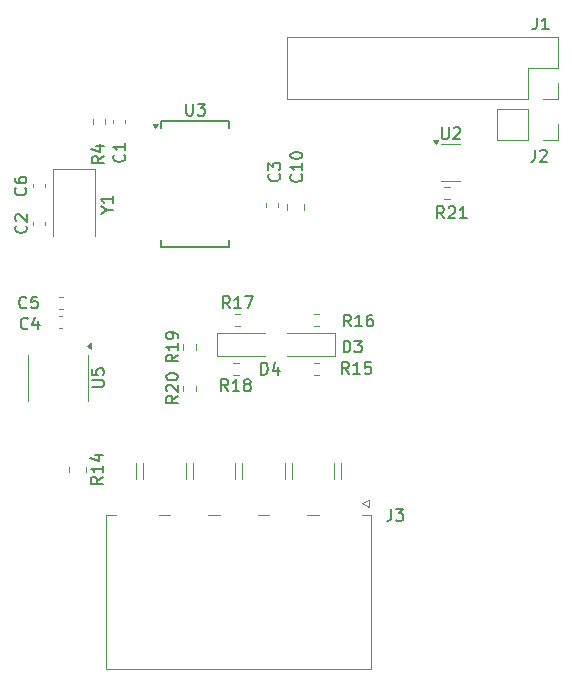
<source format=gbr>
G04 #@! TF.GenerationSoftware,KiCad,Pcbnew,9.0.0-rc2-6-ga1fa0bdb0b*
G04 #@! TF.CreationDate,2025-01-23T13:26:01+02:00*
G04 #@! TF.ProjectId,bk_can_bus_extension_v2,626b5f63-616e-45f6-9275-735f65787465,Rev 4*
G04 #@! TF.SameCoordinates,Original*
G04 #@! TF.FileFunction,Legend,Top*
G04 #@! TF.FilePolarity,Positive*
%FSLAX46Y46*%
G04 Gerber Fmt 4.6, Leading zero omitted, Abs format (unit mm)*
G04 Created by KiCad (PCBNEW 9.0.0-rc2-6-ga1fa0bdb0b) date 2025-01-23 13:26:01*
%MOMM*%
%LPD*%
G01*
G04 APERTURE LIST*
%ADD10C,0.150000*%
%ADD11C,0.120000*%
G04 APERTURE END LIST*
D10*
X145558333Y-112384580D02*
X145510714Y-112432200D01*
X145510714Y-112432200D02*
X145367857Y-112479819D01*
X145367857Y-112479819D02*
X145272619Y-112479819D01*
X145272619Y-112479819D02*
X145129762Y-112432200D01*
X145129762Y-112432200D02*
X145034524Y-112336961D01*
X145034524Y-112336961D02*
X144986905Y-112241723D01*
X144986905Y-112241723D02*
X144939286Y-112051247D01*
X144939286Y-112051247D02*
X144939286Y-111908390D01*
X144939286Y-111908390D02*
X144986905Y-111717914D01*
X144986905Y-111717914D02*
X145034524Y-111622676D01*
X145034524Y-111622676D02*
X145129762Y-111527438D01*
X145129762Y-111527438D02*
X145272619Y-111479819D01*
X145272619Y-111479819D02*
X145367857Y-111479819D01*
X145367857Y-111479819D02*
X145510714Y-111527438D01*
X145510714Y-111527438D02*
X145558333Y-111575057D01*
X146463095Y-111479819D02*
X145986905Y-111479819D01*
X145986905Y-111479819D02*
X145939286Y-111956009D01*
X145939286Y-111956009D02*
X145986905Y-111908390D01*
X145986905Y-111908390D02*
X146082143Y-111860771D01*
X146082143Y-111860771D02*
X146320238Y-111860771D01*
X146320238Y-111860771D02*
X146415476Y-111908390D01*
X146415476Y-111908390D02*
X146463095Y-111956009D01*
X146463095Y-111956009D02*
X146510714Y-112051247D01*
X146510714Y-112051247D02*
X146510714Y-112289342D01*
X146510714Y-112289342D02*
X146463095Y-112384580D01*
X146463095Y-112384580D02*
X146415476Y-112432200D01*
X146415476Y-112432200D02*
X146320238Y-112479819D01*
X146320238Y-112479819D02*
X146082143Y-112479819D01*
X146082143Y-112479819D02*
X145986905Y-112432200D01*
X145986905Y-112432200D02*
X145939286Y-112384580D01*
X152004819Y-126742857D02*
X151528628Y-127076190D01*
X152004819Y-127314285D02*
X151004819Y-127314285D01*
X151004819Y-127314285D02*
X151004819Y-126933333D01*
X151004819Y-126933333D02*
X151052438Y-126838095D01*
X151052438Y-126838095D02*
X151100057Y-126790476D01*
X151100057Y-126790476D02*
X151195295Y-126742857D01*
X151195295Y-126742857D02*
X151338152Y-126742857D01*
X151338152Y-126742857D02*
X151433390Y-126790476D01*
X151433390Y-126790476D02*
X151481009Y-126838095D01*
X151481009Y-126838095D02*
X151528628Y-126933333D01*
X151528628Y-126933333D02*
X151528628Y-127314285D01*
X152004819Y-125790476D02*
X152004819Y-126361904D01*
X152004819Y-126076190D02*
X151004819Y-126076190D01*
X151004819Y-126076190D02*
X151147676Y-126171428D01*
X151147676Y-126171428D02*
X151242914Y-126266666D01*
X151242914Y-126266666D02*
X151290533Y-126361904D01*
X151338152Y-124933333D02*
X152004819Y-124933333D01*
X150957200Y-125171428D02*
X151671485Y-125409523D01*
X151671485Y-125409523D02*
X151671485Y-124790476D01*
X152368628Y-104166190D02*
X152844819Y-104166190D01*
X151844819Y-104499523D02*
X152368628Y-104166190D01*
X152368628Y-104166190D02*
X151844819Y-103832857D01*
X152844819Y-102975714D02*
X152844819Y-103547142D01*
X152844819Y-103261428D02*
X151844819Y-103261428D01*
X151844819Y-103261428D02*
X151987676Y-103356666D01*
X151987676Y-103356666D02*
X152082914Y-103451904D01*
X152082914Y-103451904D02*
X152130533Y-103547142D01*
X162782142Y-112474819D02*
X162448809Y-111998628D01*
X162210714Y-112474819D02*
X162210714Y-111474819D01*
X162210714Y-111474819D02*
X162591666Y-111474819D01*
X162591666Y-111474819D02*
X162686904Y-111522438D01*
X162686904Y-111522438D02*
X162734523Y-111570057D01*
X162734523Y-111570057D02*
X162782142Y-111665295D01*
X162782142Y-111665295D02*
X162782142Y-111808152D01*
X162782142Y-111808152D02*
X162734523Y-111903390D01*
X162734523Y-111903390D02*
X162686904Y-111951009D01*
X162686904Y-111951009D02*
X162591666Y-111998628D01*
X162591666Y-111998628D02*
X162210714Y-111998628D01*
X163734523Y-112474819D02*
X163163095Y-112474819D01*
X163448809Y-112474819D02*
X163448809Y-111474819D01*
X163448809Y-111474819D02*
X163353571Y-111617676D01*
X163353571Y-111617676D02*
X163258333Y-111712914D01*
X163258333Y-111712914D02*
X163163095Y-111760533D01*
X164067857Y-111474819D02*
X164734523Y-111474819D01*
X164734523Y-111474819D02*
X164305952Y-112474819D01*
X151099819Y-119136904D02*
X151909342Y-119136904D01*
X151909342Y-119136904D02*
X152004580Y-119089285D01*
X152004580Y-119089285D02*
X152052200Y-119041666D01*
X152052200Y-119041666D02*
X152099819Y-118946428D01*
X152099819Y-118946428D02*
X152099819Y-118755952D01*
X152099819Y-118755952D02*
X152052200Y-118660714D01*
X152052200Y-118660714D02*
X152004580Y-118613095D01*
X152004580Y-118613095D02*
X151909342Y-118565476D01*
X151909342Y-118565476D02*
X151099819Y-118565476D01*
X151099819Y-117613095D02*
X151099819Y-118089285D01*
X151099819Y-118089285D02*
X151576009Y-118136904D01*
X151576009Y-118136904D02*
X151528390Y-118089285D01*
X151528390Y-118089285D02*
X151480771Y-117994047D01*
X151480771Y-117994047D02*
X151480771Y-117755952D01*
X151480771Y-117755952D02*
X151528390Y-117660714D01*
X151528390Y-117660714D02*
X151576009Y-117613095D01*
X151576009Y-117613095D02*
X151671247Y-117565476D01*
X151671247Y-117565476D02*
X151909342Y-117565476D01*
X151909342Y-117565476D02*
X152004580Y-117613095D01*
X152004580Y-117613095D02*
X152052200Y-117660714D01*
X152052200Y-117660714D02*
X152099819Y-117755952D01*
X152099819Y-117755952D02*
X152099819Y-117994047D01*
X152099819Y-117994047D02*
X152052200Y-118089285D01*
X152052200Y-118089285D02*
X152004580Y-118136904D01*
X173032142Y-114004819D02*
X172698809Y-113528628D01*
X172460714Y-114004819D02*
X172460714Y-113004819D01*
X172460714Y-113004819D02*
X172841666Y-113004819D01*
X172841666Y-113004819D02*
X172936904Y-113052438D01*
X172936904Y-113052438D02*
X172984523Y-113100057D01*
X172984523Y-113100057D02*
X173032142Y-113195295D01*
X173032142Y-113195295D02*
X173032142Y-113338152D01*
X173032142Y-113338152D02*
X172984523Y-113433390D01*
X172984523Y-113433390D02*
X172936904Y-113481009D01*
X172936904Y-113481009D02*
X172841666Y-113528628D01*
X172841666Y-113528628D02*
X172460714Y-113528628D01*
X173984523Y-114004819D02*
X173413095Y-114004819D01*
X173698809Y-114004819D02*
X173698809Y-113004819D01*
X173698809Y-113004819D02*
X173603571Y-113147676D01*
X173603571Y-113147676D02*
X173508333Y-113242914D01*
X173508333Y-113242914D02*
X173413095Y-113290533D01*
X174841666Y-113004819D02*
X174651190Y-113004819D01*
X174651190Y-113004819D02*
X174555952Y-113052438D01*
X174555952Y-113052438D02*
X174508333Y-113100057D01*
X174508333Y-113100057D02*
X174413095Y-113242914D01*
X174413095Y-113242914D02*
X174365476Y-113433390D01*
X174365476Y-113433390D02*
X174365476Y-113814342D01*
X174365476Y-113814342D02*
X174413095Y-113909580D01*
X174413095Y-113909580D02*
X174460714Y-113957200D01*
X174460714Y-113957200D02*
X174555952Y-114004819D01*
X174555952Y-114004819D02*
X174746428Y-114004819D01*
X174746428Y-114004819D02*
X174841666Y-113957200D01*
X174841666Y-113957200D02*
X174889285Y-113909580D01*
X174889285Y-113909580D02*
X174936904Y-113814342D01*
X174936904Y-113814342D02*
X174936904Y-113576247D01*
X174936904Y-113576247D02*
X174889285Y-113481009D01*
X174889285Y-113481009D02*
X174841666Y-113433390D01*
X174841666Y-113433390D02*
X174746428Y-113385771D01*
X174746428Y-113385771D02*
X174555952Y-113385771D01*
X174555952Y-113385771D02*
X174460714Y-113433390D01*
X174460714Y-113433390D02*
X174413095Y-113481009D01*
X174413095Y-113481009D02*
X174365476Y-113576247D01*
X166934580Y-101091666D02*
X166982200Y-101139285D01*
X166982200Y-101139285D02*
X167029819Y-101282142D01*
X167029819Y-101282142D02*
X167029819Y-101377380D01*
X167029819Y-101377380D02*
X166982200Y-101520237D01*
X166982200Y-101520237D02*
X166886961Y-101615475D01*
X166886961Y-101615475D02*
X166791723Y-101663094D01*
X166791723Y-101663094D02*
X166601247Y-101710713D01*
X166601247Y-101710713D02*
X166458390Y-101710713D01*
X166458390Y-101710713D02*
X166267914Y-101663094D01*
X166267914Y-101663094D02*
X166172676Y-101615475D01*
X166172676Y-101615475D02*
X166077438Y-101520237D01*
X166077438Y-101520237D02*
X166029819Y-101377380D01*
X166029819Y-101377380D02*
X166029819Y-101282142D01*
X166029819Y-101282142D02*
X166077438Y-101139285D01*
X166077438Y-101139285D02*
X166125057Y-101091666D01*
X166029819Y-100758332D02*
X166029819Y-100139285D01*
X166029819Y-100139285D02*
X166410771Y-100472618D01*
X166410771Y-100472618D02*
X166410771Y-100329761D01*
X166410771Y-100329761D02*
X166458390Y-100234523D01*
X166458390Y-100234523D02*
X166506009Y-100186904D01*
X166506009Y-100186904D02*
X166601247Y-100139285D01*
X166601247Y-100139285D02*
X166839342Y-100139285D01*
X166839342Y-100139285D02*
X166934580Y-100186904D01*
X166934580Y-100186904D02*
X166982200Y-100234523D01*
X166982200Y-100234523D02*
X167029819Y-100329761D01*
X167029819Y-100329761D02*
X167029819Y-100615475D01*
X167029819Y-100615475D02*
X166982200Y-100710713D01*
X166982200Y-100710713D02*
X166934580Y-100758332D01*
X159088095Y-95154819D02*
X159088095Y-95964342D01*
X159088095Y-95964342D02*
X159135714Y-96059580D01*
X159135714Y-96059580D02*
X159183333Y-96107200D01*
X159183333Y-96107200D02*
X159278571Y-96154819D01*
X159278571Y-96154819D02*
X159469047Y-96154819D01*
X159469047Y-96154819D02*
X159564285Y-96107200D01*
X159564285Y-96107200D02*
X159611904Y-96059580D01*
X159611904Y-96059580D02*
X159659523Y-95964342D01*
X159659523Y-95964342D02*
X159659523Y-95154819D01*
X160040476Y-95154819D02*
X160659523Y-95154819D01*
X160659523Y-95154819D02*
X160326190Y-95535771D01*
X160326190Y-95535771D02*
X160469047Y-95535771D01*
X160469047Y-95535771D02*
X160564285Y-95583390D01*
X160564285Y-95583390D02*
X160611904Y-95631009D01*
X160611904Y-95631009D02*
X160659523Y-95726247D01*
X160659523Y-95726247D02*
X160659523Y-95964342D01*
X160659523Y-95964342D02*
X160611904Y-96059580D01*
X160611904Y-96059580D02*
X160564285Y-96107200D01*
X160564285Y-96107200D02*
X160469047Y-96154819D01*
X160469047Y-96154819D02*
X160183333Y-96154819D01*
X160183333Y-96154819D02*
X160088095Y-96107200D01*
X160088095Y-96107200D02*
X160040476Y-96059580D01*
X165436905Y-118079819D02*
X165436905Y-117079819D01*
X165436905Y-117079819D02*
X165675000Y-117079819D01*
X165675000Y-117079819D02*
X165817857Y-117127438D01*
X165817857Y-117127438D02*
X165913095Y-117222676D01*
X165913095Y-117222676D02*
X165960714Y-117317914D01*
X165960714Y-117317914D02*
X166008333Y-117508390D01*
X166008333Y-117508390D02*
X166008333Y-117651247D01*
X166008333Y-117651247D02*
X165960714Y-117841723D01*
X165960714Y-117841723D02*
X165913095Y-117936961D01*
X165913095Y-117936961D02*
X165817857Y-118032200D01*
X165817857Y-118032200D02*
X165675000Y-118079819D01*
X165675000Y-118079819D02*
X165436905Y-118079819D01*
X166865476Y-117413152D02*
X166865476Y-118079819D01*
X166627381Y-117032200D02*
X166389286Y-117746485D01*
X166389286Y-117746485D02*
X167008333Y-117746485D01*
X153809580Y-99466666D02*
X153857200Y-99514285D01*
X153857200Y-99514285D02*
X153904819Y-99657142D01*
X153904819Y-99657142D02*
X153904819Y-99752380D01*
X153904819Y-99752380D02*
X153857200Y-99895237D01*
X153857200Y-99895237D02*
X153761961Y-99990475D01*
X153761961Y-99990475D02*
X153666723Y-100038094D01*
X153666723Y-100038094D02*
X153476247Y-100085713D01*
X153476247Y-100085713D02*
X153333390Y-100085713D01*
X153333390Y-100085713D02*
X153142914Y-100038094D01*
X153142914Y-100038094D02*
X153047676Y-99990475D01*
X153047676Y-99990475D02*
X152952438Y-99895237D01*
X152952438Y-99895237D02*
X152904819Y-99752380D01*
X152904819Y-99752380D02*
X152904819Y-99657142D01*
X152904819Y-99657142D02*
X152952438Y-99514285D01*
X152952438Y-99514285D02*
X153000057Y-99466666D01*
X153904819Y-98514285D02*
X153904819Y-99085713D01*
X153904819Y-98799999D02*
X152904819Y-98799999D01*
X152904819Y-98799999D02*
X153047676Y-98895237D01*
X153047676Y-98895237D02*
X153142914Y-98990475D01*
X153142914Y-98990475D02*
X153190533Y-99085713D01*
X188766666Y-87854819D02*
X188766666Y-88569104D01*
X188766666Y-88569104D02*
X188719047Y-88711961D01*
X188719047Y-88711961D02*
X188623809Y-88807200D01*
X188623809Y-88807200D02*
X188480952Y-88854819D01*
X188480952Y-88854819D02*
X188385714Y-88854819D01*
X189766666Y-88854819D02*
X189195238Y-88854819D01*
X189480952Y-88854819D02*
X189480952Y-87854819D01*
X189480952Y-87854819D02*
X189385714Y-87997676D01*
X189385714Y-87997676D02*
X189290476Y-88092914D01*
X189290476Y-88092914D02*
X189195238Y-88140533D01*
X180907142Y-104854819D02*
X180573809Y-104378628D01*
X180335714Y-104854819D02*
X180335714Y-103854819D01*
X180335714Y-103854819D02*
X180716666Y-103854819D01*
X180716666Y-103854819D02*
X180811904Y-103902438D01*
X180811904Y-103902438D02*
X180859523Y-103950057D01*
X180859523Y-103950057D02*
X180907142Y-104045295D01*
X180907142Y-104045295D02*
X180907142Y-104188152D01*
X180907142Y-104188152D02*
X180859523Y-104283390D01*
X180859523Y-104283390D02*
X180811904Y-104331009D01*
X180811904Y-104331009D02*
X180716666Y-104378628D01*
X180716666Y-104378628D02*
X180335714Y-104378628D01*
X181288095Y-103950057D02*
X181335714Y-103902438D01*
X181335714Y-103902438D02*
X181430952Y-103854819D01*
X181430952Y-103854819D02*
X181669047Y-103854819D01*
X181669047Y-103854819D02*
X181764285Y-103902438D01*
X181764285Y-103902438D02*
X181811904Y-103950057D01*
X181811904Y-103950057D02*
X181859523Y-104045295D01*
X181859523Y-104045295D02*
X181859523Y-104140533D01*
X181859523Y-104140533D02*
X181811904Y-104283390D01*
X181811904Y-104283390D02*
X181240476Y-104854819D01*
X181240476Y-104854819D02*
X181859523Y-104854819D01*
X182811904Y-104854819D02*
X182240476Y-104854819D01*
X182526190Y-104854819D02*
X182526190Y-103854819D01*
X182526190Y-103854819D02*
X182430952Y-103997676D01*
X182430952Y-103997676D02*
X182335714Y-104092914D01*
X182335714Y-104092914D02*
X182240476Y-104140533D01*
X158374819Y-119892857D02*
X157898628Y-120226190D01*
X158374819Y-120464285D02*
X157374819Y-120464285D01*
X157374819Y-120464285D02*
X157374819Y-120083333D01*
X157374819Y-120083333D02*
X157422438Y-119988095D01*
X157422438Y-119988095D02*
X157470057Y-119940476D01*
X157470057Y-119940476D02*
X157565295Y-119892857D01*
X157565295Y-119892857D02*
X157708152Y-119892857D01*
X157708152Y-119892857D02*
X157803390Y-119940476D01*
X157803390Y-119940476D02*
X157851009Y-119988095D01*
X157851009Y-119988095D02*
X157898628Y-120083333D01*
X157898628Y-120083333D02*
X157898628Y-120464285D01*
X157470057Y-119511904D02*
X157422438Y-119464285D01*
X157422438Y-119464285D02*
X157374819Y-119369047D01*
X157374819Y-119369047D02*
X157374819Y-119130952D01*
X157374819Y-119130952D02*
X157422438Y-119035714D01*
X157422438Y-119035714D02*
X157470057Y-118988095D01*
X157470057Y-118988095D02*
X157565295Y-118940476D01*
X157565295Y-118940476D02*
X157660533Y-118940476D01*
X157660533Y-118940476D02*
X157803390Y-118988095D01*
X157803390Y-118988095D02*
X158374819Y-119559523D01*
X158374819Y-119559523D02*
X158374819Y-118940476D01*
X157374819Y-118321428D02*
X157374819Y-118226190D01*
X157374819Y-118226190D02*
X157422438Y-118130952D01*
X157422438Y-118130952D02*
X157470057Y-118083333D01*
X157470057Y-118083333D02*
X157565295Y-118035714D01*
X157565295Y-118035714D02*
X157755771Y-117988095D01*
X157755771Y-117988095D02*
X157993866Y-117988095D01*
X157993866Y-117988095D02*
X158184342Y-118035714D01*
X158184342Y-118035714D02*
X158279580Y-118083333D01*
X158279580Y-118083333D02*
X158327200Y-118130952D01*
X158327200Y-118130952D02*
X158374819Y-118226190D01*
X158374819Y-118226190D02*
X158374819Y-118321428D01*
X158374819Y-118321428D02*
X158327200Y-118416666D01*
X158327200Y-118416666D02*
X158279580Y-118464285D01*
X158279580Y-118464285D02*
X158184342Y-118511904D01*
X158184342Y-118511904D02*
X157993866Y-118559523D01*
X157993866Y-118559523D02*
X157755771Y-118559523D01*
X157755771Y-118559523D02*
X157565295Y-118511904D01*
X157565295Y-118511904D02*
X157470057Y-118464285D01*
X157470057Y-118464285D02*
X157422438Y-118416666D01*
X157422438Y-118416666D02*
X157374819Y-118321428D01*
X162632142Y-119484819D02*
X162298809Y-119008628D01*
X162060714Y-119484819D02*
X162060714Y-118484819D01*
X162060714Y-118484819D02*
X162441666Y-118484819D01*
X162441666Y-118484819D02*
X162536904Y-118532438D01*
X162536904Y-118532438D02*
X162584523Y-118580057D01*
X162584523Y-118580057D02*
X162632142Y-118675295D01*
X162632142Y-118675295D02*
X162632142Y-118818152D01*
X162632142Y-118818152D02*
X162584523Y-118913390D01*
X162584523Y-118913390D02*
X162536904Y-118961009D01*
X162536904Y-118961009D02*
X162441666Y-119008628D01*
X162441666Y-119008628D02*
X162060714Y-119008628D01*
X163584523Y-119484819D02*
X163013095Y-119484819D01*
X163298809Y-119484819D02*
X163298809Y-118484819D01*
X163298809Y-118484819D02*
X163203571Y-118627676D01*
X163203571Y-118627676D02*
X163108333Y-118722914D01*
X163108333Y-118722914D02*
X163013095Y-118770533D01*
X164155952Y-118913390D02*
X164060714Y-118865771D01*
X164060714Y-118865771D02*
X164013095Y-118818152D01*
X164013095Y-118818152D02*
X163965476Y-118722914D01*
X163965476Y-118722914D02*
X163965476Y-118675295D01*
X163965476Y-118675295D02*
X164013095Y-118580057D01*
X164013095Y-118580057D02*
X164060714Y-118532438D01*
X164060714Y-118532438D02*
X164155952Y-118484819D01*
X164155952Y-118484819D02*
X164346428Y-118484819D01*
X164346428Y-118484819D02*
X164441666Y-118532438D01*
X164441666Y-118532438D02*
X164489285Y-118580057D01*
X164489285Y-118580057D02*
X164536904Y-118675295D01*
X164536904Y-118675295D02*
X164536904Y-118722914D01*
X164536904Y-118722914D02*
X164489285Y-118818152D01*
X164489285Y-118818152D02*
X164441666Y-118865771D01*
X164441666Y-118865771D02*
X164346428Y-118913390D01*
X164346428Y-118913390D02*
X164155952Y-118913390D01*
X164155952Y-118913390D02*
X164060714Y-118961009D01*
X164060714Y-118961009D02*
X164013095Y-119008628D01*
X164013095Y-119008628D02*
X163965476Y-119103866D01*
X163965476Y-119103866D02*
X163965476Y-119294342D01*
X163965476Y-119294342D02*
X164013095Y-119389580D01*
X164013095Y-119389580D02*
X164060714Y-119437200D01*
X164060714Y-119437200D02*
X164155952Y-119484819D01*
X164155952Y-119484819D02*
X164346428Y-119484819D01*
X164346428Y-119484819D02*
X164441666Y-119437200D01*
X164441666Y-119437200D02*
X164489285Y-119389580D01*
X164489285Y-119389580D02*
X164536904Y-119294342D01*
X164536904Y-119294342D02*
X164536904Y-119103866D01*
X164536904Y-119103866D02*
X164489285Y-119008628D01*
X164489285Y-119008628D02*
X164441666Y-118961009D01*
X164441666Y-118961009D02*
X164346428Y-118913390D01*
X145449580Y-102276666D02*
X145497200Y-102324285D01*
X145497200Y-102324285D02*
X145544819Y-102467142D01*
X145544819Y-102467142D02*
X145544819Y-102562380D01*
X145544819Y-102562380D02*
X145497200Y-102705237D01*
X145497200Y-102705237D02*
X145401961Y-102800475D01*
X145401961Y-102800475D02*
X145306723Y-102848094D01*
X145306723Y-102848094D02*
X145116247Y-102895713D01*
X145116247Y-102895713D02*
X144973390Y-102895713D01*
X144973390Y-102895713D02*
X144782914Y-102848094D01*
X144782914Y-102848094D02*
X144687676Y-102800475D01*
X144687676Y-102800475D02*
X144592438Y-102705237D01*
X144592438Y-102705237D02*
X144544819Y-102562380D01*
X144544819Y-102562380D02*
X144544819Y-102467142D01*
X144544819Y-102467142D02*
X144592438Y-102324285D01*
X144592438Y-102324285D02*
X144640057Y-102276666D01*
X144544819Y-101419523D02*
X144544819Y-101609999D01*
X144544819Y-101609999D02*
X144592438Y-101705237D01*
X144592438Y-101705237D02*
X144640057Y-101752856D01*
X144640057Y-101752856D02*
X144782914Y-101848094D01*
X144782914Y-101848094D02*
X144973390Y-101895713D01*
X144973390Y-101895713D02*
X145354342Y-101895713D01*
X145354342Y-101895713D02*
X145449580Y-101848094D01*
X145449580Y-101848094D02*
X145497200Y-101800475D01*
X145497200Y-101800475D02*
X145544819Y-101705237D01*
X145544819Y-101705237D02*
X145544819Y-101514761D01*
X145544819Y-101514761D02*
X145497200Y-101419523D01*
X145497200Y-101419523D02*
X145449580Y-101371904D01*
X145449580Y-101371904D02*
X145354342Y-101324285D01*
X145354342Y-101324285D02*
X145116247Y-101324285D01*
X145116247Y-101324285D02*
X145021009Y-101371904D01*
X145021009Y-101371904D02*
X144973390Y-101419523D01*
X144973390Y-101419523D02*
X144925771Y-101514761D01*
X144925771Y-101514761D02*
X144925771Y-101705237D01*
X144925771Y-101705237D02*
X144973390Y-101800475D01*
X144973390Y-101800475D02*
X145021009Y-101848094D01*
X145021009Y-101848094D02*
X145116247Y-101895713D01*
X188616666Y-99054819D02*
X188616666Y-99769104D01*
X188616666Y-99769104D02*
X188569047Y-99911961D01*
X188569047Y-99911961D02*
X188473809Y-100007200D01*
X188473809Y-100007200D02*
X188330952Y-100054819D01*
X188330952Y-100054819D02*
X188235714Y-100054819D01*
X189045238Y-99150057D02*
X189092857Y-99102438D01*
X189092857Y-99102438D02*
X189188095Y-99054819D01*
X189188095Y-99054819D02*
X189426190Y-99054819D01*
X189426190Y-99054819D02*
X189521428Y-99102438D01*
X189521428Y-99102438D02*
X189569047Y-99150057D01*
X189569047Y-99150057D02*
X189616666Y-99245295D01*
X189616666Y-99245295D02*
X189616666Y-99340533D01*
X189616666Y-99340533D02*
X189569047Y-99483390D01*
X189569047Y-99483390D02*
X188997619Y-100054819D01*
X188997619Y-100054819D02*
X189616666Y-100054819D01*
X145683333Y-114159580D02*
X145635714Y-114207200D01*
X145635714Y-114207200D02*
X145492857Y-114254819D01*
X145492857Y-114254819D02*
X145397619Y-114254819D01*
X145397619Y-114254819D02*
X145254762Y-114207200D01*
X145254762Y-114207200D02*
X145159524Y-114111961D01*
X145159524Y-114111961D02*
X145111905Y-114016723D01*
X145111905Y-114016723D02*
X145064286Y-113826247D01*
X145064286Y-113826247D02*
X145064286Y-113683390D01*
X145064286Y-113683390D02*
X145111905Y-113492914D01*
X145111905Y-113492914D02*
X145159524Y-113397676D01*
X145159524Y-113397676D02*
X145254762Y-113302438D01*
X145254762Y-113302438D02*
X145397619Y-113254819D01*
X145397619Y-113254819D02*
X145492857Y-113254819D01*
X145492857Y-113254819D02*
X145635714Y-113302438D01*
X145635714Y-113302438D02*
X145683333Y-113350057D01*
X146540476Y-113588152D02*
X146540476Y-114254819D01*
X146302381Y-113207200D02*
X146064286Y-113921485D01*
X146064286Y-113921485D02*
X146683333Y-113921485D01*
X145509580Y-105471666D02*
X145557200Y-105519285D01*
X145557200Y-105519285D02*
X145604819Y-105662142D01*
X145604819Y-105662142D02*
X145604819Y-105757380D01*
X145604819Y-105757380D02*
X145557200Y-105900237D01*
X145557200Y-105900237D02*
X145461961Y-105995475D01*
X145461961Y-105995475D02*
X145366723Y-106043094D01*
X145366723Y-106043094D02*
X145176247Y-106090713D01*
X145176247Y-106090713D02*
X145033390Y-106090713D01*
X145033390Y-106090713D02*
X144842914Y-106043094D01*
X144842914Y-106043094D02*
X144747676Y-105995475D01*
X144747676Y-105995475D02*
X144652438Y-105900237D01*
X144652438Y-105900237D02*
X144604819Y-105757380D01*
X144604819Y-105757380D02*
X144604819Y-105662142D01*
X144604819Y-105662142D02*
X144652438Y-105519285D01*
X144652438Y-105519285D02*
X144700057Y-105471666D01*
X144700057Y-105090713D02*
X144652438Y-105043094D01*
X144652438Y-105043094D02*
X144604819Y-104947856D01*
X144604819Y-104947856D02*
X144604819Y-104709761D01*
X144604819Y-104709761D02*
X144652438Y-104614523D01*
X144652438Y-104614523D02*
X144700057Y-104566904D01*
X144700057Y-104566904D02*
X144795295Y-104519285D01*
X144795295Y-104519285D02*
X144890533Y-104519285D01*
X144890533Y-104519285D02*
X145033390Y-104566904D01*
X145033390Y-104566904D02*
X145604819Y-105138332D01*
X145604819Y-105138332D02*
X145604819Y-104519285D01*
X176441666Y-129454819D02*
X176441666Y-130169104D01*
X176441666Y-130169104D02*
X176394047Y-130311961D01*
X176394047Y-130311961D02*
X176298809Y-130407200D01*
X176298809Y-130407200D02*
X176155952Y-130454819D01*
X176155952Y-130454819D02*
X176060714Y-130454819D01*
X176822619Y-129454819D02*
X177441666Y-129454819D01*
X177441666Y-129454819D02*
X177108333Y-129835771D01*
X177108333Y-129835771D02*
X177251190Y-129835771D01*
X177251190Y-129835771D02*
X177346428Y-129883390D01*
X177346428Y-129883390D02*
X177394047Y-129931009D01*
X177394047Y-129931009D02*
X177441666Y-130026247D01*
X177441666Y-130026247D02*
X177441666Y-130264342D01*
X177441666Y-130264342D02*
X177394047Y-130359580D01*
X177394047Y-130359580D02*
X177346428Y-130407200D01*
X177346428Y-130407200D02*
X177251190Y-130454819D01*
X177251190Y-130454819D02*
X176965476Y-130454819D01*
X176965476Y-130454819D02*
X176870238Y-130407200D01*
X176870238Y-130407200D02*
X176822619Y-130359580D01*
X172857142Y-118029819D02*
X172523809Y-117553628D01*
X172285714Y-118029819D02*
X172285714Y-117029819D01*
X172285714Y-117029819D02*
X172666666Y-117029819D01*
X172666666Y-117029819D02*
X172761904Y-117077438D01*
X172761904Y-117077438D02*
X172809523Y-117125057D01*
X172809523Y-117125057D02*
X172857142Y-117220295D01*
X172857142Y-117220295D02*
X172857142Y-117363152D01*
X172857142Y-117363152D02*
X172809523Y-117458390D01*
X172809523Y-117458390D02*
X172761904Y-117506009D01*
X172761904Y-117506009D02*
X172666666Y-117553628D01*
X172666666Y-117553628D02*
X172285714Y-117553628D01*
X173809523Y-118029819D02*
X173238095Y-118029819D01*
X173523809Y-118029819D02*
X173523809Y-117029819D01*
X173523809Y-117029819D02*
X173428571Y-117172676D01*
X173428571Y-117172676D02*
X173333333Y-117267914D01*
X173333333Y-117267914D02*
X173238095Y-117315533D01*
X174714285Y-117029819D02*
X174238095Y-117029819D01*
X174238095Y-117029819D02*
X174190476Y-117506009D01*
X174190476Y-117506009D02*
X174238095Y-117458390D01*
X174238095Y-117458390D02*
X174333333Y-117410771D01*
X174333333Y-117410771D02*
X174571428Y-117410771D01*
X174571428Y-117410771D02*
X174666666Y-117458390D01*
X174666666Y-117458390D02*
X174714285Y-117506009D01*
X174714285Y-117506009D02*
X174761904Y-117601247D01*
X174761904Y-117601247D02*
X174761904Y-117839342D01*
X174761904Y-117839342D02*
X174714285Y-117934580D01*
X174714285Y-117934580D02*
X174666666Y-117982200D01*
X174666666Y-117982200D02*
X174571428Y-118029819D01*
X174571428Y-118029819D02*
X174333333Y-118029819D01*
X174333333Y-118029819D02*
X174238095Y-117982200D01*
X174238095Y-117982200D02*
X174190476Y-117934580D01*
X180725595Y-97154819D02*
X180725595Y-97964342D01*
X180725595Y-97964342D02*
X180773214Y-98059580D01*
X180773214Y-98059580D02*
X180820833Y-98107200D01*
X180820833Y-98107200D02*
X180916071Y-98154819D01*
X180916071Y-98154819D02*
X181106547Y-98154819D01*
X181106547Y-98154819D02*
X181201785Y-98107200D01*
X181201785Y-98107200D02*
X181249404Y-98059580D01*
X181249404Y-98059580D02*
X181297023Y-97964342D01*
X181297023Y-97964342D02*
X181297023Y-97154819D01*
X181725595Y-97250057D02*
X181773214Y-97202438D01*
X181773214Y-97202438D02*
X181868452Y-97154819D01*
X181868452Y-97154819D02*
X182106547Y-97154819D01*
X182106547Y-97154819D02*
X182201785Y-97202438D01*
X182201785Y-97202438D02*
X182249404Y-97250057D01*
X182249404Y-97250057D02*
X182297023Y-97345295D01*
X182297023Y-97345295D02*
X182297023Y-97440533D01*
X182297023Y-97440533D02*
X182249404Y-97583390D01*
X182249404Y-97583390D02*
X181677976Y-98154819D01*
X181677976Y-98154819D02*
X182297023Y-98154819D01*
X168809580Y-101142857D02*
X168857200Y-101190476D01*
X168857200Y-101190476D02*
X168904819Y-101333333D01*
X168904819Y-101333333D02*
X168904819Y-101428571D01*
X168904819Y-101428571D02*
X168857200Y-101571428D01*
X168857200Y-101571428D02*
X168761961Y-101666666D01*
X168761961Y-101666666D02*
X168666723Y-101714285D01*
X168666723Y-101714285D02*
X168476247Y-101761904D01*
X168476247Y-101761904D02*
X168333390Y-101761904D01*
X168333390Y-101761904D02*
X168142914Y-101714285D01*
X168142914Y-101714285D02*
X168047676Y-101666666D01*
X168047676Y-101666666D02*
X167952438Y-101571428D01*
X167952438Y-101571428D02*
X167904819Y-101428571D01*
X167904819Y-101428571D02*
X167904819Y-101333333D01*
X167904819Y-101333333D02*
X167952438Y-101190476D01*
X167952438Y-101190476D02*
X168000057Y-101142857D01*
X168904819Y-100190476D02*
X168904819Y-100761904D01*
X168904819Y-100476190D02*
X167904819Y-100476190D01*
X167904819Y-100476190D02*
X168047676Y-100571428D01*
X168047676Y-100571428D02*
X168142914Y-100666666D01*
X168142914Y-100666666D02*
X168190533Y-100761904D01*
X167904819Y-99571428D02*
X167904819Y-99476190D01*
X167904819Y-99476190D02*
X167952438Y-99380952D01*
X167952438Y-99380952D02*
X168000057Y-99333333D01*
X168000057Y-99333333D02*
X168095295Y-99285714D01*
X168095295Y-99285714D02*
X168285771Y-99238095D01*
X168285771Y-99238095D02*
X168523866Y-99238095D01*
X168523866Y-99238095D02*
X168714342Y-99285714D01*
X168714342Y-99285714D02*
X168809580Y-99333333D01*
X168809580Y-99333333D02*
X168857200Y-99380952D01*
X168857200Y-99380952D02*
X168904819Y-99476190D01*
X168904819Y-99476190D02*
X168904819Y-99571428D01*
X168904819Y-99571428D02*
X168857200Y-99666666D01*
X168857200Y-99666666D02*
X168809580Y-99714285D01*
X168809580Y-99714285D02*
X168714342Y-99761904D01*
X168714342Y-99761904D02*
X168523866Y-99809523D01*
X168523866Y-99809523D02*
X168285771Y-99809523D01*
X168285771Y-99809523D02*
X168095295Y-99761904D01*
X168095295Y-99761904D02*
X168000057Y-99714285D01*
X168000057Y-99714285D02*
X167952438Y-99666666D01*
X167952438Y-99666666D02*
X167904819Y-99571428D01*
X152079819Y-99591666D02*
X151603628Y-99924999D01*
X152079819Y-100163094D02*
X151079819Y-100163094D01*
X151079819Y-100163094D02*
X151079819Y-99782142D01*
X151079819Y-99782142D02*
X151127438Y-99686904D01*
X151127438Y-99686904D02*
X151175057Y-99639285D01*
X151175057Y-99639285D02*
X151270295Y-99591666D01*
X151270295Y-99591666D02*
X151413152Y-99591666D01*
X151413152Y-99591666D02*
X151508390Y-99639285D01*
X151508390Y-99639285D02*
X151556009Y-99686904D01*
X151556009Y-99686904D02*
X151603628Y-99782142D01*
X151603628Y-99782142D02*
X151603628Y-100163094D01*
X151413152Y-98734523D02*
X152079819Y-98734523D01*
X151032200Y-98972618D02*
X151746485Y-99210713D01*
X151746485Y-99210713D02*
X151746485Y-98591666D01*
X172411905Y-116204819D02*
X172411905Y-115204819D01*
X172411905Y-115204819D02*
X172650000Y-115204819D01*
X172650000Y-115204819D02*
X172792857Y-115252438D01*
X172792857Y-115252438D02*
X172888095Y-115347676D01*
X172888095Y-115347676D02*
X172935714Y-115442914D01*
X172935714Y-115442914D02*
X172983333Y-115633390D01*
X172983333Y-115633390D02*
X172983333Y-115776247D01*
X172983333Y-115776247D02*
X172935714Y-115966723D01*
X172935714Y-115966723D02*
X172888095Y-116061961D01*
X172888095Y-116061961D02*
X172792857Y-116157200D01*
X172792857Y-116157200D02*
X172650000Y-116204819D01*
X172650000Y-116204819D02*
X172411905Y-116204819D01*
X173316667Y-115204819D02*
X173935714Y-115204819D01*
X173935714Y-115204819D02*
X173602381Y-115585771D01*
X173602381Y-115585771D02*
X173745238Y-115585771D01*
X173745238Y-115585771D02*
X173840476Y-115633390D01*
X173840476Y-115633390D02*
X173888095Y-115681009D01*
X173888095Y-115681009D02*
X173935714Y-115776247D01*
X173935714Y-115776247D02*
X173935714Y-116014342D01*
X173935714Y-116014342D02*
X173888095Y-116109580D01*
X173888095Y-116109580D02*
X173840476Y-116157200D01*
X173840476Y-116157200D02*
X173745238Y-116204819D01*
X173745238Y-116204819D02*
X173459524Y-116204819D01*
X173459524Y-116204819D02*
X173364286Y-116157200D01*
X173364286Y-116157200D02*
X173316667Y-116109580D01*
X158374819Y-116392857D02*
X157898628Y-116726190D01*
X158374819Y-116964285D02*
X157374819Y-116964285D01*
X157374819Y-116964285D02*
X157374819Y-116583333D01*
X157374819Y-116583333D02*
X157422438Y-116488095D01*
X157422438Y-116488095D02*
X157470057Y-116440476D01*
X157470057Y-116440476D02*
X157565295Y-116392857D01*
X157565295Y-116392857D02*
X157708152Y-116392857D01*
X157708152Y-116392857D02*
X157803390Y-116440476D01*
X157803390Y-116440476D02*
X157851009Y-116488095D01*
X157851009Y-116488095D02*
X157898628Y-116583333D01*
X157898628Y-116583333D02*
X157898628Y-116964285D01*
X158374819Y-115440476D02*
X158374819Y-116011904D01*
X158374819Y-115726190D02*
X157374819Y-115726190D01*
X157374819Y-115726190D02*
X157517676Y-115821428D01*
X157517676Y-115821428D02*
X157612914Y-115916666D01*
X157612914Y-115916666D02*
X157660533Y-116011904D01*
X158374819Y-114964285D02*
X158374819Y-114773809D01*
X158374819Y-114773809D02*
X158327200Y-114678571D01*
X158327200Y-114678571D02*
X158279580Y-114630952D01*
X158279580Y-114630952D02*
X158136723Y-114535714D01*
X158136723Y-114535714D02*
X157946247Y-114488095D01*
X157946247Y-114488095D02*
X157565295Y-114488095D01*
X157565295Y-114488095D02*
X157470057Y-114535714D01*
X157470057Y-114535714D02*
X157422438Y-114583333D01*
X157422438Y-114583333D02*
X157374819Y-114678571D01*
X157374819Y-114678571D02*
X157374819Y-114869047D01*
X157374819Y-114869047D02*
X157422438Y-114964285D01*
X157422438Y-114964285D02*
X157470057Y-115011904D01*
X157470057Y-115011904D02*
X157565295Y-115059523D01*
X157565295Y-115059523D02*
X157803390Y-115059523D01*
X157803390Y-115059523D02*
X157898628Y-115011904D01*
X157898628Y-115011904D02*
X157946247Y-114964285D01*
X157946247Y-114964285D02*
X157993866Y-114869047D01*
X157993866Y-114869047D02*
X157993866Y-114678571D01*
X157993866Y-114678571D02*
X157946247Y-114583333D01*
X157946247Y-114583333D02*
X157898628Y-114535714D01*
X157898628Y-114535714D02*
X157803390Y-114488095D01*
D11*
G04 #@! TO.C,C5*
X148329420Y-111515000D02*
X148610580Y-111515000D01*
X148329420Y-112535000D02*
X148610580Y-112535000D01*
G04 #@! TO.C,R14*
X149165000Y-125872936D02*
X149165000Y-126327064D01*
X150635000Y-125872936D02*
X150635000Y-126327064D01*
G04 #@! TO.C,Y1*
X147790000Y-100640000D02*
X147790000Y-106390000D01*
X151390000Y-100640000D02*
X147790000Y-100640000D01*
X151390000Y-106390000D02*
X151390000Y-100640000D01*
G04 #@! TO.C,R17*
X163187742Y-112927500D02*
X163662258Y-112927500D01*
X163187742Y-113972500D02*
X163662258Y-113972500D01*
G04 #@! TO.C,U5*
X145685000Y-118375000D02*
X145685000Y-116425000D01*
X145685000Y-118375000D02*
X145685000Y-120325000D01*
X150805000Y-118375000D02*
X150805000Y-116425000D01*
X150805000Y-118375000D02*
X150805000Y-120325000D01*
X151040000Y-115915000D02*
X150710000Y-115675000D01*
X151040000Y-115435000D01*
X151040000Y-115915000D01*
G36*
X151040000Y-115915000D02*
G01*
X150710000Y-115675000D01*
X151040000Y-115435000D01*
X151040000Y-115915000D01*
G37*
G04 #@! TO.C,R16*
X170337258Y-112927500D02*
X169862742Y-112927500D01*
X170337258Y-113972500D02*
X169862742Y-113972500D01*
G04 #@! TO.C,C3*
X165840000Y-103584420D02*
X165840000Y-103865580D01*
X166860000Y-103584420D02*
X166860000Y-103865580D01*
D10*
G04 #@! TO.C,U3*
X156975000Y-96625000D02*
X156975000Y-97200000D01*
X156975000Y-96625000D02*
X162725000Y-96625000D01*
X156975000Y-106700000D02*
X156975000Y-107275000D01*
X156975000Y-107275000D02*
X162725000Y-107275000D01*
X162725000Y-96625000D02*
X162725000Y-97200000D01*
X162725000Y-106700000D02*
X162725000Y-107275000D01*
D11*
X156475000Y-97200000D02*
X156235000Y-96870000D01*
X156715000Y-96870000D01*
X156475000Y-97200000D01*
G36*
X156475000Y-97200000D02*
G01*
X156235000Y-96870000D01*
X156715000Y-96870000D01*
X156475000Y-97200000D01*
G37*
G04 #@! TO.C,D4*
X161715000Y-114550000D02*
X161715000Y-116550000D01*
X161715000Y-114550000D02*
X165725000Y-114550000D01*
X161715000Y-116550000D02*
X165725000Y-116550000D01*
G04 #@! TO.C,C1*
X152840000Y-96790580D02*
X152840000Y-96509420D01*
X153860000Y-96790580D02*
X153860000Y-96509420D01*
G04 #@! TO.C,J1*
X167605000Y-89523000D02*
X167605000Y-94723000D01*
X187985000Y-92123000D02*
X187985000Y-94723000D01*
X187985000Y-94723000D02*
X167605000Y-94723000D01*
X190585000Y-89523000D02*
X167605000Y-89523000D01*
X190585000Y-89523000D02*
X190585000Y-92123000D01*
X190585000Y-92123000D02*
X187985000Y-92123000D01*
X190585000Y-93393000D02*
X190585000Y-94723000D01*
X190585000Y-94723000D02*
X189255000Y-94723000D01*
G04 #@! TO.C,R21*
X180912742Y-102177500D02*
X181387258Y-102177500D01*
X180912742Y-103222500D02*
X181387258Y-103222500D01*
G04 #@! TO.C,R20*
X158827500Y-119487258D02*
X158827500Y-119012742D01*
X159872500Y-119487258D02*
X159872500Y-119012742D01*
G04 #@! TO.C,R18*
X163512258Y-117077500D02*
X163037742Y-117077500D01*
X163512258Y-118122500D02*
X163037742Y-118122500D01*
G04 #@! TO.C,C6*
X146070000Y-101934420D02*
X146070000Y-102215580D01*
X147090000Y-101934420D02*
X147090000Y-102215580D01*
G04 #@! TO.C,J2*
X185385000Y-95569000D02*
X185385000Y-98229000D01*
X187985000Y-95569000D02*
X185385000Y-95569000D01*
X187985000Y-95569000D02*
X187985000Y-98229000D01*
X187985000Y-98229000D02*
X185385000Y-98229000D01*
X190585000Y-96899000D02*
X190585000Y-98229000D01*
X190585000Y-98229000D02*
X189255000Y-98229000D01*
G04 #@! TO.C,C4*
X148304420Y-113115000D02*
X148585580Y-113115000D01*
X148304420Y-114135000D02*
X148585580Y-114135000D01*
G04 #@! TO.C,C2*
X146070000Y-105445580D02*
X146070000Y-105164420D01*
X147090000Y-105445580D02*
X147090000Y-105164420D01*
G04 #@! TO.C,J3*
X152315000Y-129990000D02*
X152315000Y-143010000D01*
X152315000Y-143010000D02*
X163525000Y-143010000D01*
X153125000Y-129990000D02*
X152315000Y-129990000D01*
X154825000Y-126890000D02*
X154825000Y-125610000D01*
X155425000Y-126890000D02*
X155425000Y-125610000D01*
X157715000Y-130000000D02*
X156735000Y-130000000D01*
X159025000Y-126890000D02*
X159025000Y-125610000D01*
X159625000Y-126890000D02*
X159625000Y-125610000D01*
X161915000Y-130000000D02*
X160935000Y-130000000D01*
X163225000Y-126890000D02*
X163225000Y-125610000D01*
X163825000Y-126890000D02*
X163825000Y-125610000D01*
X166115000Y-130000000D02*
X165135000Y-130000000D01*
X167425000Y-126890000D02*
X167425000Y-125610000D01*
X168025000Y-126890000D02*
X168025000Y-125610000D01*
X170315000Y-130000000D02*
X169335000Y-130000000D01*
X171625000Y-126890000D02*
X171625000Y-125610000D01*
X172225000Y-126890000D02*
X172225000Y-125610000D01*
X173925000Y-129000000D02*
X174525000Y-128700000D01*
X173925000Y-129990000D02*
X174735000Y-129990000D01*
X174525000Y-128700000D02*
X174525000Y-129300000D01*
X174525000Y-129300000D02*
X173925000Y-129000000D01*
X174735000Y-129990000D02*
X174735000Y-143010000D01*
X174735000Y-143010000D02*
X163525000Y-143010000D01*
G04 #@! TO.C,R15*
X169862742Y-117077500D02*
X170337258Y-117077500D01*
X169862742Y-118122500D02*
X170337258Y-118122500D01*
G04 #@! TO.C,U2*
X181487500Y-98540000D02*
X180687500Y-98540000D01*
X181487500Y-98540000D02*
X182287500Y-98540000D01*
X181487500Y-101660000D02*
X180687500Y-101660000D01*
X181487500Y-101660000D02*
X182287500Y-101660000D01*
X180187500Y-98590000D02*
X179947500Y-98260000D01*
X180427500Y-98260000D01*
X180187500Y-98590000D01*
G36*
X180187500Y-98590000D02*
G01*
X179947500Y-98260000D01*
X180427500Y-98260000D01*
X180187500Y-98590000D01*
G37*
G04 #@! TO.C,C10*
X167615000Y-103638748D02*
X167615000Y-104161252D01*
X169085000Y-103638748D02*
X169085000Y-104161252D01*
G04 #@! TO.C,R4*
X151177500Y-96412742D02*
X151177500Y-96887258D01*
X152222500Y-96412742D02*
X152222500Y-96887258D01*
G04 #@! TO.C,D3*
X171660000Y-114550000D02*
X167650000Y-114550000D01*
X171660000Y-116550000D02*
X167650000Y-116550000D01*
X171660000Y-116550000D02*
X171660000Y-114550000D01*
G04 #@! TO.C,R19*
X158827500Y-115987258D02*
X158827500Y-115512742D01*
X159872500Y-115987258D02*
X159872500Y-115512742D01*
G04 #@! TD*
M02*

</source>
